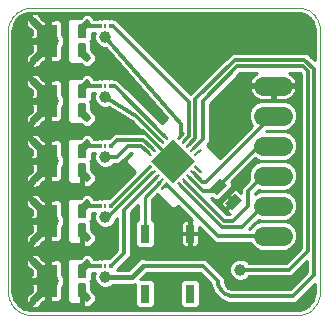
<source format=gtl>
G75*
G70*
%OFA0B0*%
%FSLAX24Y24*%
%IPPOS*%
%LPD*%
%AMOC8*
5,1,8,0,0,1.08239X$1,22.5*
%
%ADD10C,0.0000*%
%ADD11R,0.1024X0.1024*%
%ADD12C,0.0068*%
%ADD13C,0.0640*%
%ADD14R,0.0315X0.0472*%
%ADD15R,0.0300X0.0600*%
%ADD16C,0.0066*%
%ADD17R,0.0697X0.1102*%
%ADD18C,0.0118*%
%ADD19C,0.0338*%
%ADD20C,0.0394*%
%ADD21C,0.0160*%
%ADD22R,0.0080X0.0160*%
%ADD23C,0.0120*%
%ADD24C,0.0100*%
%ADD25C,0.0160*%
%ADD26C,0.0240*%
D10*
X003097Y001949D02*
X003097Y010598D01*
X003099Y010654D01*
X003105Y010709D01*
X003115Y010764D01*
X003129Y010818D01*
X003146Y010871D01*
X003168Y010922D01*
X003193Y010972D01*
X003221Y011020D01*
X003253Y011066D01*
X003288Y011109D01*
X003326Y011150D01*
X003367Y011188D01*
X003410Y011223D01*
X003456Y011255D01*
X003504Y011283D01*
X003554Y011308D01*
X003605Y011330D01*
X003658Y011347D01*
X003712Y011361D01*
X003767Y011371D01*
X003822Y011377D01*
X003878Y011379D01*
X012776Y011379D01*
X012827Y011377D01*
X012879Y011372D01*
X012929Y011363D01*
X012979Y011350D01*
X013028Y011334D01*
X013076Y011314D01*
X013122Y011291D01*
X013166Y011265D01*
X013208Y011235D01*
X013248Y011203D01*
X013286Y011168D01*
X013321Y011130D01*
X013353Y011090D01*
X013383Y011048D01*
X013409Y011004D01*
X013432Y010958D01*
X013452Y010910D01*
X013468Y010861D01*
X013481Y010811D01*
X013490Y010761D01*
X013495Y010709D01*
X013497Y010658D01*
X013497Y001892D01*
X013495Y001838D01*
X013489Y001783D01*
X013480Y001730D01*
X013466Y001677D01*
X013449Y001625D01*
X013428Y001575D01*
X013404Y001526D01*
X013376Y001479D01*
X013345Y001435D01*
X013311Y001392D01*
X013274Y001352D01*
X013234Y001315D01*
X013191Y001281D01*
X013147Y001250D01*
X013100Y001222D01*
X013051Y001198D01*
X013001Y001177D01*
X012949Y001160D01*
X012896Y001146D01*
X012843Y001137D01*
X012788Y001131D01*
X012734Y001129D01*
X003917Y001129D01*
X003861Y001131D01*
X003805Y001137D01*
X003750Y001146D01*
X003696Y001159D01*
X003642Y001176D01*
X003590Y001197D01*
X003540Y001221D01*
X003491Y001248D01*
X003444Y001279D01*
X003400Y001313D01*
X003357Y001350D01*
X003318Y001389D01*
X003281Y001432D01*
X003247Y001476D01*
X003216Y001523D01*
X003189Y001572D01*
X003165Y001622D01*
X003144Y001674D01*
X003127Y001728D01*
X003114Y001782D01*
X003105Y001837D01*
X003099Y001893D01*
X003097Y001949D01*
D11*
G36*
X007873Y006279D02*
X008597Y007003D01*
X009321Y006279D01*
X008597Y005555D01*
X007873Y006279D01*
G37*
D12*
X007841Y006095D02*
X007668Y005922D01*
X007841Y006095D02*
X007856Y006080D01*
X007683Y005907D01*
X007668Y005922D01*
X007720Y005974D02*
X007750Y005974D01*
X007787Y006041D02*
X007817Y006041D01*
X007980Y005955D02*
X007807Y005782D01*
X007980Y005955D02*
X007995Y005940D01*
X007822Y005767D01*
X007807Y005782D01*
X007859Y005834D02*
X007889Y005834D01*
X007926Y005901D02*
X007956Y005901D01*
X008119Y005816D02*
X007946Y005643D01*
X008119Y005816D02*
X008134Y005801D01*
X007961Y005628D01*
X007946Y005643D01*
X007998Y005695D02*
X008028Y005695D01*
X008065Y005762D02*
X008095Y005762D01*
X008259Y005677D02*
X008086Y005504D01*
X008259Y005677D02*
X008274Y005662D01*
X008101Y005489D01*
X008086Y005504D01*
X008138Y005556D02*
X008168Y005556D01*
X008205Y005623D02*
X008235Y005623D01*
X008398Y005538D02*
X008225Y005365D01*
X008398Y005538D02*
X008413Y005523D01*
X008240Y005350D01*
X008225Y005365D01*
X008277Y005417D02*
X008307Y005417D01*
X008344Y005484D02*
X008374Y005484D01*
X008782Y005523D02*
X008797Y005538D01*
X008970Y005365D01*
X008955Y005350D01*
X008782Y005523D01*
X008888Y005417D02*
X008918Y005417D01*
X008851Y005484D02*
X008821Y005484D01*
X008921Y005662D02*
X008936Y005677D01*
X009109Y005504D01*
X009094Y005489D01*
X008921Y005662D01*
X009027Y005556D02*
X009057Y005556D01*
X008990Y005623D02*
X008960Y005623D01*
X009060Y005801D02*
X009075Y005816D01*
X009248Y005643D01*
X009233Y005628D01*
X009060Y005801D01*
X009166Y005695D02*
X009196Y005695D01*
X009129Y005762D02*
X009099Y005762D01*
X009199Y005940D02*
X009214Y005955D01*
X009387Y005782D01*
X009372Y005767D01*
X009199Y005940D01*
X009305Y005834D02*
X009335Y005834D01*
X009268Y005901D02*
X009238Y005901D01*
X009338Y006080D02*
X009353Y006095D01*
X009526Y005922D01*
X009511Y005907D01*
X009338Y006080D01*
X009444Y005974D02*
X009474Y005974D01*
X009407Y006041D02*
X009377Y006041D01*
X009338Y006478D02*
X009511Y006651D01*
X009526Y006636D01*
X009353Y006463D01*
X009338Y006478D01*
X009390Y006530D02*
X009420Y006530D01*
X009457Y006597D02*
X009487Y006597D01*
X009372Y006791D02*
X009199Y006618D01*
X009372Y006791D02*
X009387Y006776D01*
X009214Y006603D01*
X009199Y006618D01*
X009251Y006670D02*
X009281Y006670D01*
X009318Y006737D02*
X009348Y006737D01*
X009233Y006930D02*
X009060Y006757D01*
X009233Y006930D02*
X009248Y006915D01*
X009075Y006742D01*
X009060Y006757D01*
X009112Y006809D02*
X009142Y006809D01*
X009179Y006876D02*
X009209Y006876D01*
X009094Y007069D02*
X008921Y006896D01*
X009094Y007069D02*
X009109Y007054D01*
X008936Y006881D01*
X008921Y006896D01*
X008973Y006948D02*
X009003Y006948D01*
X009040Y007015D02*
X009070Y007015D01*
X008955Y007208D02*
X008782Y007035D01*
X008955Y007208D02*
X008970Y007193D01*
X008797Y007020D01*
X008782Y007035D01*
X008834Y007087D02*
X008864Y007087D01*
X008901Y007154D02*
X008931Y007154D01*
X008240Y007208D02*
X008225Y007193D01*
X008240Y007208D02*
X008413Y007035D01*
X008398Y007020D01*
X008225Y007193D01*
X008331Y007087D02*
X008361Y007087D01*
X008294Y007154D02*
X008264Y007154D01*
X008101Y007069D02*
X008086Y007054D01*
X008101Y007069D02*
X008274Y006896D01*
X008259Y006881D01*
X008086Y007054D01*
X008192Y006948D02*
X008222Y006948D01*
X008155Y007015D02*
X008125Y007015D01*
X007961Y006930D02*
X007946Y006915D01*
X007961Y006930D02*
X008134Y006757D01*
X008119Y006742D01*
X007946Y006915D01*
X008052Y006809D02*
X008082Y006809D01*
X008015Y006876D02*
X007985Y006876D01*
X007822Y006791D02*
X007807Y006776D01*
X007822Y006791D02*
X007995Y006618D01*
X007980Y006603D01*
X007807Y006776D01*
X007913Y006670D02*
X007943Y006670D01*
X007876Y006737D02*
X007846Y006737D01*
X007683Y006651D02*
X007668Y006636D01*
X007683Y006651D02*
X007856Y006478D01*
X007841Y006463D01*
X007668Y006636D01*
X007774Y006530D02*
X007804Y006530D01*
X007737Y006597D02*
X007707Y006597D01*
D13*
X011617Y006779D02*
X012257Y006779D01*
X012257Y005779D02*
X011617Y005779D01*
X011617Y004779D02*
X012257Y004779D01*
X012257Y003779D02*
X011617Y003779D01*
X011617Y007779D02*
X012257Y007779D01*
X012257Y008779D02*
X011617Y008779D01*
D14*
G36*
X010071Y005140D02*
X009849Y005362D01*
X010181Y005694D01*
X010403Y005472D01*
X010071Y005140D01*
G37*
G36*
X010572Y004639D02*
X010350Y004861D01*
X010682Y005193D01*
X010904Y004971D01*
X010572Y004639D01*
G37*
D15*
X009172Y003854D03*
X007672Y003854D03*
X007672Y001854D03*
X009172Y001854D03*
D16*
X005486Y001761D02*
X005486Y002167D01*
X005684Y002167D01*
X005684Y001761D01*
X005486Y001761D01*
X005486Y001826D02*
X005684Y001826D01*
X005684Y001891D02*
X005486Y001891D01*
X005486Y001956D02*
X005684Y001956D01*
X005684Y002021D02*
X005486Y002021D01*
X005486Y002086D02*
X005684Y002086D01*
X005684Y002151D02*
X005486Y002151D01*
X005486Y002391D02*
X005486Y002797D01*
X005684Y002797D01*
X005684Y002391D01*
X005486Y002391D01*
X005486Y002456D02*
X005684Y002456D01*
X005684Y002521D02*
X005486Y002521D01*
X005486Y002586D02*
X005684Y002586D01*
X005684Y002651D02*
X005486Y002651D01*
X005486Y002716D02*
X005684Y002716D01*
X005684Y002781D02*
X005486Y002781D01*
X005486Y003761D02*
X005486Y004167D01*
X005684Y004167D01*
X005684Y003761D01*
X005486Y003761D01*
X005486Y003826D02*
X005684Y003826D01*
X005684Y003891D02*
X005486Y003891D01*
X005486Y003956D02*
X005684Y003956D01*
X005684Y004021D02*
X005486Y004021D01*
X005486Y004086D02*
X005684Y004086D01*
X005684Y004151D02*
X005486Y004151D01*
X005486Y004391D02*
X005486Y004797D01*
X005684Y004797D01*
X005684Y004391D01*
X005486Y004391D01*
X005486Y004456D02*
X005684Y004456D01*
X005684Y004521D02*
X005486Y004521D01*
X005486Y004586D02*
X005684Y004586D01*
X005684Y004651D02*
X005486Y004651D01*
X005486Y004716D02*
X005684Y004716D01*
X005684Y004781D02*
X005486Y004781D01*
X005486Y005761D02*
X005486Y006167D01*
X005684Y006167D01*
X005684Y005761D01*
X005486Y005761D01*
X005486Y005826D02*
X005684Y005826D01*
X005684Y005891D02*
X005486Y005891D01*
X005486Y005956D02*
X005684Y005956D01*
X005684Y006021D02*
X005486Y006021D01*
X005486Y006086D02*
X005684Y006086D01*
X005684Y006151D02*
X005486Y006151D01*
X005486Y006391D02*
X005486Y006797D01*
X005684Y006797D01*
X005684Y006391D01*
X005486Y006391D01*
X005486Y006456D02*
X005684Y006456D01*
X005684Y006521D02*
X005486Y006521D01*
X005486Y006586D02*
X005684Y006586D01*
X005684Y006651D02*
X005486Y006651D01*
X005486Y006716D02*
X005684Y006716D01*
X005684Y006781D02*
X005486Y006781D01*
X005486Y007761D02*
X005486Y008167D01*
X005684Y008167D01*
X005684Y007761D01*
X005486Y007761D01*
X005486Y007826D02*
X005684Y007826D01*
X005684Y007891D02*
X005486Y007891D01*
X005486Y007956D02*
X005684Y007956D01*
X005684Y008021D02*
X005486Y008021D01*
X005486Y008086D02*
X005684Y008086D01*
X005684Y008151D02*
X005486Y008151D01*
X005486Y008391D02*
X005486Y008797D01*
X005684Y008797D01*
X005684Y008391D01*
X005486Y008391D01*
X005486Y008456D02*
X005684Y008456D01*
X005684Y008521D02*
X005486Y008521D01*
X005486Y008586D02*
X005684Y008586D01*
X005684Y008651D02*
X005486Y008651D01*
X005486Y008716D02*
X005684Y008716D01*
X005684Y008781D02*
X005486Y008781D01*
X005486Y009761D02*
X005486Y010167D01*
X005684Y010167D01*
X005684Y009761D01*
X005486Y009761D01*
X005486Y009826D02*
X005684Y009826D01*
X005684Y009891D02*
X005486Y009891D01*
X005486Y009956D02*
X005684Y009956D01*
X005684Y010021D02*
X005486Y010021D01*
X005486Y010086D02*
X005684Y010086D01*
X005684Y010151D02*
X005486Y010151D01*
X005486Y010391D02*
X005486Y010797D01*
X005684Y010797D01*
X005684Y010391D01*
X005486Y010391D01*
X005486Y010456D02*
X005684Y010456D01*
X005684Y010521D02*
X005486Y010521D01*
X005486Y010586D02*
X005684Y010586D01*
X005684Y010651D02*
X005486Y010651D01*
X005486Y010716D02*
X005684Y010716D01*
X005684Y010781D02*
X005486Y010781D01*
D17*
X004396Y010279D03*
X004396Y008279D03*
X004396Y006279D03*
X004396Y004279D03*
X004396Y002279D03*
D18*
X004189Y002771D02*
X003995Y002965D01*
X004189Y002771D02*
X004105Y002687D01*
X003911Y002881D01*
X003995Y002965D01*
X003988Y002804D02*
X004156Y002804D01*
X004039Y002921D02*
X003951Y002921D01*
X003911Y003677D02*
X004105Y003871D01*
X004189Y003787D01*
X003995Y003593D01*
X003911Y003677D01*
X003944Y003710D02*
X004112Y003710D01*
X004149Y003827D02*
X004061Y003827D01*
X004189Y004771D02*
X003995Y004965D01*
X004189Y004771D02*
X004105Y004687D01*
X003911Y004881D01*
X003995Y004965D01*
X003988Y004804D02*
X004156Y004804D01*
X004039Y004921D02*
X003951Y004921D01*
X003911Y005677D02*
X004105Y005871D01*
X004189Y005787D01*
X003995Y005593D01*
X003911Y005677D01*
X003944Y005710D02*
X004112Y005710D01*
X004149Y005827D02*
X004061Y005827D01*
X004189Y006771D02*
X003995Y006965D01*
X004189Y006771D02*
X004105Y006687D01*
X003911Y006881D01*
X003995Y006965D01*
X003988Y006804D02*
X004156Y006804D01*
X004039Y006921D02*
X003951Y006921D01*
X003911Y007677D02*
X004105Y007871D01*
X004189Y007787D01*
X003995Y007593D01*
X003911Y007677D01*
X003944Y007710D02*
X004112Y007710D01*
X004149Y007827D02*
X004061Y007827D01*
X004189Y008771D02*
X003995Y008965D01*
X004189Y008771D02*
X004105Y008687D01*
X003911Y008881D01*
X003995Y008965D01*
X003988Y008804D02*
X004156Y008804D01*
X004039Y008921D02*
X003951Y008921D01*
X003911Y009677D02*
X004105Y009871D01*
X004189Y009787D01*
X003995Y009593D01*
X003911Y009677D01*
X003944Y009710D02*
X004112Y009710D01*
X004149Y009827D02*
X004061Y009827D01*
X004189Y010771D02*
X003995Y010965D01*
X004189Y010771D02*
X004105Y010687D01*
X003911Y010881D01*
X003995Y010965D01*
X003988Y010804D02*
X004156Y010804D01*
X004039Y010921D02*
X003951Y010921D01*
X005625Y010656D02*
X005819Y010850D01*
X005625Y010656D02*
X005541Y010740D01*
X005735Y010934D01*
X005819Y010850D01*
X005742Y010773D02*
X005574Y010773D01*
X005691Y010890D02*
X005779Y010890D01*
X005541Y009818D02*
X005735Y009624D01*
X005541Y009818D02*
X005625Y009902D01*
X005819Y009708D01*
X005735Y009624D01*
X005786Y009741D02*
X005618Y009741D01*
X005581Y009858D02*
X005669Y009858D01*
X005819Y008850D02*
X005625Y008656D01*
X005541Y008740D01*
X005735Y008934D01*
X005819Y008850D01*
X005742Y008773D02*
X005574Y008773D01*
X005691Y008890D02*
X005779Y008890D01*
X005541Y007818D02*
X005735Y007624D01*
X005541Y007818D02*
X005625Y007902D01*
X005819Y007708D01*
X005735Y007624D01*
X005786Y007741D02*
X005618Y007741D01*
X005581Y007858D02*
X005669Y007858D01*
X005819Y006850D02*
X005625Y006656D01*
X005541Y006740D01*
X005735Y006934D01*
X005819Y006850D01*
X005742Y006773D02*
X005574Y006773D01*
X005691Y006890D02*
X005779Y006890D01*
X005541Y005818D02*
X005735Y005624D01*
X005541Y005818D02*
X005625Y005902D01*
X005819Y005708D01*
X005735Y005624D01*
X005786Y005741D02*
X005618Y005741D01*
X005581Y005858D02*
X005669Y005858D01*
X005819Y004850D02*
X005625Y004656D01*
X005541Y004740D01*
X005735Y004934D01*
X005819Y004850D01*
X005742Y004773D02*
X005574Y004773D01*
X005691Y004890D02*
X005779Y004890D01*
X005541Y003818D02*
X005735Y003624D01*
X005541Y003818D02*
X005625Y003902D01*
X005819Y003708D01*
X005735Y003624D01*
X005786Y003741D02*
X005618Y003741D01*
X005581Y003858D02*
X005669Y003858D01*
X005819Y002850D02*
X005625Y002656D01*
X005541Y002740D01*
X005735Y002934D01*
X005819Y002850D01*
X005742Y002773D02*
X005574Y002773D01*
X005691Y002890D02*
X005779Y002890D01*
X005541Y001818D02*
X005735Y001624D01*
X005541Y001818D02*
X005625Y001902D01*
X005819Y001708D01*
X005735Y001624D01*
X005786Y001741D02*
X005618Y001741D01*
X005581Y001858D02*
X005669Y001858D01*
X004105Y001871D02*
X003911Y001677D01*
X004105Y001871D02*
X004189Y001787D01*
X003995Y001593D01*
X003911Y001677D01*
X003944Y001710D02*
X004112Y001710D01*
X004149Y001827D02*
X004061Y001827D01*
D19*
X004154Y002279D03*
X004635Y002279D03*
X004635Y004279D03*
X004154Y004279D03*
X004154Y006279D03*
X004635Y006279D03*
X004635Y008279D03*
X004154Y008279D03*
X004154Y010279D03*
X004635Y010279D03*
D20*
X006347Y010404D03*
X006347Y008404D03*
X006347Y006404D03*
X006347Y004404D03*
X006347Y002404D03*
X010847Y002654D03*
D21*
X006534Y002779D03*
X006160Y002779D03*
X006160Y004779D03*
X006534Y004779D03*
X006534Y006779D03*
X006160Y006779D03*
X006160Y008779D03*
X006534Y008779D03*
X006534Y010779D03*
X006160Y010779D03*
D22*
X006347Y010779D03*
X006347Y008779D03*
X006347Y006779D03*
X006347Y004779D03*
X006347Y002779D03*
D23*
X006160Y002779D02*
X005770Y002779D01*
X005585Y002594D01*
X006534Y002779D02*
X006972Y003217D01*
X006972Y004654D01*
X008040Y005722D01*
X007901Y005861D02*
X006536Y004495D01*
X006347Y004404D01*
X006160Y004779D02*
X005770Y004779D01*
X005585Y004594D01*
X006534Y004779D02*
X007756Y006001D01*
X007762Y006001D01*
X007762Y006557D02*
X007540Y006779D01*
X007097Y006779D01*
X006722Y006404D01*
X006347Y006404D01*
X006160Y006779D02*
X005770Y006779D01*
X005585Y006594D01*
X006534Y006779D02*
X006734Y006979D01*
X007619Y006979D01*
X007901Y006697D01*
X008040Y006836D02*
X007597Y007279D01*
X006597Y007279D01*
X007376Y007779D02*
X008180Y006975D01*
X008319Y007114D02*
X006654Y008779D01*
X006534Y008779D01*
X006160Y008779D02*
X005770Y008779D01*
X005744Y008777D01*
X005718Y008772D01*
X005693Y008762D01*
X005670Y008750D01*
X005649Y008734D01*
X005630Y008715D01*
X005614Y008694D01*
X005602Y008671D01*
X005592Y008646D01*
X005587Y008620D01*
X005585Y008594D01*
X006347Y008404D02*
X007376Y007779D01*
X008040Y006836D02*
X008597Y006279D01*
X009154Y005722D02*
X009597Y005279D01*
X009988Y005279D01*
X009697Y005579D02*
X011897Y007779D01*
X013097Y009279D02*
X012947Y009429D01*
X010747Y009429D01*
X009597Y008279D01*
X009597Y007002D01*
X009315Y006719D01*
X009154Y006836D02*
X009347Y007029D01*
X009347Y008329D01*
X010678Y009652D01*
X012972Y009654D01*
X013297Y009329D01*
X013297Y002479D01*
X012597Y001779D01*
X010597Y001779D01*
X010553Y001781D01*
X010510Y001787D01*
X010468Y001796D01*
X010426Y001809D01*
X010386Y001826D01*
X010347Y001846D01*
X010310Y001869D01*
X010276Y001896D01*
X010243Y001925D01*
X010214Y001958D01*
X010187Y001992D01*
X010164Y002029D01*
X010144Y002068D01*
X010127Y002108D01*
X010114Y002150D01*
X010105Y002192D01*
X010099Y002235D01*
X010097Y002279D01*
X009597Y002779D01*
X007597Y002779D01*
X010097Y003779D02*
X011937Y003779D01*
X011597Y004779D02*
X010897Y004079D01*
X010240Y004079D01*
X008876Y005444D01*
X009015Y005583D02*
X010319Y004279D01*
X010597Y004279D01*
X011097Y004779D01*
X011097Y005279D01*
X011597Y005779D01*
X011937Y005779D01*
X009697Y005579D02*
X009576Y005579D01*
X009293Y005861D01*
X008432Y005444D02*
X010097Y003779D01*
X010847Y002654D02*
X012472Y002654D01*
X013097Y003279D01*
X013097Y009279D01*
X009147Y008229D02*
X009147Y007107D01*
X009015Y006975D01*
X008876Y007114D02*
X008876Y007501D01*
X006347Y010404D01*
X006097Y010779D02*
X005585Y010779D01*
X005585Y010594D01*
X006597Y010779D02*
X009147Y008229D01*
D24*
X009197Y008504D02*
X006692Y011009D01*
X006632Y011009D01*
X006584Y011029D01*
X006484Y011029D01*
X006465Y011021D01*
X006458Y011029D01*
X006237Y011029D01*
X006229Y011021D01*
X006210Y011029D01*
X006110Y011029D01*
X006062Y011009D01*
X005984Y011009D01*
X006063Y011009D01*
X005984Y011009D02*
X005830Y011163D01*
X005641Y011163D01*
X005525Y011048D01*
X005518Y011055D01*
X005180Y011055D01*
X005081Y010956D01*
X005081Y009602D01*
X005180Y009503D01*
X005518Y009503D01*
X005525Y009510D01*
X005641Y009395D01*
X005830Y009395D01*
X006048Y009613D01*
X006048Y009802D01*
X005867Y009983D01*
X005867Y010191D01*
X005855Y010238D01*
X005841Y010261D01*
X005887Y010307D01*
X005887Y010549D01*
X006010Y010549D01*
X005980Y010477D01*
X005980Y010331D01*
X006036Y010196D01*
X006139Y010093D01*
X006274Y010037D01*
X006362Y010037D01*
X008392Y007705D01*
X008223Y007536D01*
X006884Y008874D01*
X006884Y008874D01*
X006749Y009009D01*
X006632Y009009D01*
X006584Y009029D01*
X006484Y009029D01*
X006465Y009021D01*
X006458Y009029D01*
X006237Y009029D01*
X006229Y009021D01*
X006210Y009029D01*
X006110Y009029D01*
X006062Y009009D01*
X005984Y009009D01*
X005830Y009163D01*
X005641Y009163D01*
X005525Y009048D01*
X005518Y009055D01*
X005180Y009055D01*
X005081Y008956D01*
X005081Y007602D01*
X005180Y007503D01*
X005518Y007503D01*
X005525Y007510D01*
X005641Y007395D01*
X005830Y007395D01*
X006048Y007613D01*
X006048Y007802D01*
X005867Y007983D01*
X005867Y008191D01*
X005855Y008238D01*
X005841Y008261D01*
X005887Y008307D01*
X005887Y008549D01*
X006010Y008549D01*
X005980Y008477D01*
X005980Y008331D01*
X006036Y008196D01*
X006139Y008093D01*
X006274Y008037D01*
X006420Y008037D01*
X006472Y008059D01*
X007233Y007597D01*
X007620Y007209D01*
X006829Y007209D01*
X006639Y007209D01*
X006458Y007028D01*
X006458Y007029D01*
X006237Y007029D01*
X006229Y007021D01*
X006210Y007029D01*
X006110Y007029D01*
X006062Y007009D01*
X005984Y007009D01*
X005830Y007163D01*
X005641Y007163D01*
X005525Y007048D01*
X005518Y007055D01*
X005180Y007055D01*
X005081Y006956D01*
X005081Y005602D01*
X005180Y005503D01*
X005518Y005503D01*
X005525Y005510D01*
X005641Y005395D01*
X005830Y005395D01*
X006048Y005613D01*
X006048Y005802D01*
X005867Y005983D01*
X005867Y006191D01*
X005855Y006238D01*
X005841Y006261D01*
X005887Y006307D01*
X005887Y006549D01*
X006010Y006549D01*
X005980Y006477D01*
X005980Y006331D01*
X006036Y006196D01*
X006139Y006093D01*
X006274Y006037D01*
X006420Y006037D01*
X006555Y006093D01*
X006636Y006174D01*
X006817Y006174D01*
X006952Y006309D01*
X007192Y006549D01*
X007236Y006549D01*
X007033Y006346D01*
X007033Y006205D01*
X007334Y005904D01*
X006458Y005028D01*
X006458Y005029D01*
X006237Y005029D01*
X006229Y005021D01*
X006210Y005029D01*
X006110Y005029D01*
X006062Y005009D01*
X005984Y005009D01*
X005830Y005163D01*
X005641Y005163D01*
X005525Y005048D01*
X005518Y005055D01*
X005180Y005055D01*
X005081Y004956D01*
X005081Y003602D01*
X005180Y003503D01*
X005518Y003503D01*
X005525Y003510D01*
X005641Y003395D01*
X005830Y003395D01*
X006048Y003613D01*
X006048Y003802D01*
X005867Y003983D01*
X005867Y004191D01*
X005855Y004238D01*
X005841Y004261D01*
X005887Y004307D01*
X005887Y004549D01*
X006010Y004549D01*
X005980Y004477D01*
X005980Y004331D01*
X006036Y004196D01*
X006139Y004093D01*
X006274Y004037D01*
X006420Y004037D01*
X006555Y004093D01*
X006658Y004196D01*
X006711Y004325D01*
X006722Y004330D01*
X006736Y004370D01*
X006742Y004376D01*
X006742Y003312D01*
X006458Y003028D01*
X006458Y003029D01*
X006237Y003029D01*
X006229Y003021D01*
X006210Y003029D01*
X006110Y003029D01*
X006062Y003009D01*
X005984Y003009D01*
X005830Y003163D01*
X005641Y003163D01*
X005525Y003048D01*
X005518Y003055D01*
X005180Y003055D01*
X005081Y002956D01*
X005081Y001602D01*
X005180Y001503D01*
X005518Y001503D01*
X005525Y001510D01*
X005641Y001395D01*
X005830Y001395D01*
X006048Y001613D01*
X006048Y001802D01*
X005867Y001983D01*
X005867Y002191D01*
X005855Y002238D01*
X005841Y002261D01*
X005887Y002307D01*
X005887Y002549D01*
X006010Y002549D01*
X005980Y002477D01*
X005980Y002331D01*
X006036Y002196D01*
X006139Y002093D01*
X006274Y002037D01*
X006420Y002037D01*
X006555Y002093D01*
X006616Y002154D01*
X007272Y002154D01*
X007352Y002187D01*
X007352Y001484D01*
X007452Y001384D01*
X007893Y001384D01*
X007992Y001484D01*
X007992Y002224D01*
X007893Y002324D01*
X007496Y002324D01*
X007721Y002549D01*
X009502Y002549D01*
X009867Y002184D01*
X009867Y002134D01*
X009867Y002134D01*
X009978Y001866D01*
X009978Y001866D01*
X010184Y001660D01*
X010452Y001549D01*
X010502Y001549D01*
X012692Y001549D01*
X012827Y001684D01*
X013327Y002184D01*
X013327Y001892D01*
X013320Y001799D01*
X013263Y001623D01*
X013153Y001473D01*
X013003Y001364D01*
X012827Y001306D01*
X012734Y001299D01*
X003917Y001299D01*
X003816Y001307D01*
X003622Y001370D01*
X003458Y001489D01*
X003338Y001654D01*
X003275Y001847D01*
X003267Y001949D01*
X003267Y002006D01*
X003267Y002019D01*
X003267Y010598D01*
X003275Y010694D01*
X003334Y010875D01*
X003446Y011030D01*
X003601Y011142D01*
X003783Y011202D01*
X003878Y011209D01*
X003929Y011209D01*
X003949Y011209D01*
X012776Y011209D01*
X012862Y011202D01*
X013026Y011149D01*
X013166Y011048D01*
X013267Y010908D01*
X013320Y010744D01*
X013327Y010658D01*
X013327Y010624D01*
X013327Y010588D01*
X013327Y009624D01*
X013202Y009749D01*
X013202Y009750D01*
X013125Y009826D01*
X013067Y009884D01*
X012977Y009884D01*
X012877Y009884D01*
X012877Y009884D01*
X010677Y009882D01*
X010584Y009882D01*
X010583Y009882D01*
X010583Y009882D01*
X010515Y009814D01*
X009252Y008559D01*
X009197Y008504D01*
X009156Y008546D02*
X009238Y008546D01*
X009252Y008559D02*
X009252Y008559D01*
X009338Y008644D02*
X009057Y008644D01*
X008959Y008743D02*
X009437Y008743D01*
X009536Y008841D02*
X008860Y008841D01*
X008762Y008940D02*
X009635Y008940D01*
X009734Y009038D02*
X008663Y009038D01*
X008565Y009137D02*
X009834Y009137D01*
X009933Y009235D02*
X008466Y009235D01*
X008368Y009334D02*
X010032Y009334D01*
X010131Y009432D02*
X008269Y009432D01*
X008170Y009531D02*
X010230Y009531D01*
X010329Y009630D02*
X008072Y009630D01*
X007973Y009728D02*
X010428Y009728D01*
X010527Y009827D02*
X007875Y009827D01*
X007776Y009925D02*
X013327Y009925D01*
X013327Y009827D02*
X013125Y009827D01*
X013067Y009884D02*
X013067Y009884D01*
X013067Y009884D01*
X013223Y009728D02*
X013327Y009728D01*
X013322Y009630D02*
X013327Y009630D01*
X013327Y010024D02*
X007678Y010024D01*
X007579Y010122D02*
X013327Y010122D01*
X013327Y010221D02*
X007481Y010221D01*
X007382Y010319D02*
X013327Y010319D01*
X013327Y010418D02*
X007284Y010418D01*
X007185Y010516D02*
X013327Y010516D01*
X013327Y010615D02*
X007086Y010615D01*
X006988Y010714D02*
X013323Y010714D01*
X013298Y010812D02*
X006889Y010812D01*
X006791Y010911D02*
X013265Y010911D01*
X013194Y011009D02*
X006632Y011009D01*
X005997Y010516D02*
X005887Y010516D01*
X005887Y010418D02*
X005980Y010418D01*
X005985Y010319D02*
X005887Y010319D01*
X005859Y010221D02*
X006026Y010221D01*
X006110Y010122D02*
X005867Y010122D01*
X005867Y010024D02*
X006373Y010024D01*
X006459Y009925D02*
X005925Y009925D01*
X006024Y009827D02*
X006545Y009827D01*
X006631Y009728D02*
X006048Y009728D01*
X006048Y009630D02*
X006717Y009630D01*
X006802Y009531D02*
X005966Y009531D01*
X005868Y009432D02*
X006888Y009432D01*
X006974Y009334D02*
X003267Y009334D01*
X003267Y009432D02*
X003831Y009432D01*
X003899Y009364D02*
X004089Y009364D01*
X004283Y009558D01*
X004815Y009558D01*
X004915Y009657D01*
X004915Y010080D01*
X004922Y010087D01*
X004974Y010212D01*
X004974Y010347D01*
X004922Y010471D01*
X004915Y010479D01*
X004915Y010901D01*
X004815Y011000D01*
X004283Y011000D01*
X004089Y011194D01*
X003899Y011194D01*
X003682Y010977D01*
X003682Y010787D01*
X003878Y010591D01*
X003878Y010482D01*
X003867Y010471D01*
X003815Y010347D01*
X003815Y010212D01*
X003867Y010087D01*
X003878Y010076D01*
X003878Y009967D01*
X003682Y009771D01*
X003682Y009581D01*
X003899Y009364D01*
X003732Y009531D02*
X003267Y009531D01*
X003267Y009630D02*
X003682Y009630D01*
X003682Y009728D02*
X003267Y009728D01*
X003267Y009827D02*
X003737Y009827D01*
X003836Y009925D02*
X003267Y009925D01*
X003267Y010024D02*
X003878Y010024D01*
X003852Y010122D02*
X003267Y010122D01*
X003267Y010221D02*
X003815Y010221D01*
X003815Y010319D02*
X003267Y010319D01*
X003267Y010418D02*
X003845Y010418D01*
X003878Y010516D02*
X003267Y010516D01*
X003268Y010615D02*
X003854Y010615D01*
X003755Y010714D02*
X003281Y010714D01*
X003313Y010812D02*
X003682Y010812D01*
X003682Y010911D02*
X003359Y010911D01*
X003431Y011009D02*
X003714Y011009D01*
X003813Y011108D02*
X003553Y011108D01*
X003842Y011206D02*
X012812Y011206D01*
X013083Y011108D02*
X005886Y011108D01*
X005585Y011108D02*
X004176Y011108D01*
X004274Y011009D02*
X005134Y011009D01*
X005081Y010911D02*
X004905Y010911D01*
X004915Y010812D02*
X005081Y010812D01*
X005081Y010714D02*
X004915Y010714D01*
X004915Y010615D02*
X005081Y010615D01*
X005081Y010516D02*
X004915Y010516D01*
X004944Y010418D02*
X005081Y010418D01*
X005081Y010319D02*
X004974Y010319D01*
X004974Y010221D02*
X005081Y010221D01*
X005081Y010122D02*
X004937Y010122D01*
X004915Y010024D02*
X005081Y010024D01*
X005081Y009925D02*
X004915Y009925D01*
X004915Y009827D02*
X005081Y009827D01*
X005081Y009728D02*
X004915Y009728D01*
X004887Y009630D02*
X005081Y009630D01*
X005152Y009531D02*
X004256Y009531D01*
X004158Y009432D02*
X005603Y009432D01*
X005614Y009137D02*
X004147Y009137D01*
X004089Y009194D02*
X004283Y009000D01*
X004815Y009000D01*
X004915Y008901D01*
X004915Y008478D01*
X004922Y008471D01*
X004974Y008347D01*
X004974Y008212D01*
X004922Y008087D01*
X004915Y008080D01*
X004915Y007657D01*
X004815Y007558D01*
X004283Y007558D01*
X004089Y007364D01*
X003899Y007364D01*
X003682Y007581D01*
X003682Y007771D01*
X003878Y007967D01*
X003878Y008076D01*
X003867Y008087D01*
X003815Y008212D01*
X003815Y008347D01*
X003867Y008471D01*
X003878Y008482D01*
X003878Y008591D01*
X003682Y008787D01*
X003682Y008977D01*
X003899Y009194D01*
X004089Y009194D01*
X004245Y009038D02*
X005163Y009038D01*
X005081Y008940D02*
X004876Y008940D01*
X004915Y008841D02*
X005081Y008841D01*
X005081Y008743D02*
X004915Y008743D01*
X004915Y008644D02*
X005081Y008644D01*
X005081Y008546D02*
X004915Y008546D01*
X004932Y008447D02*
X005081Y008447D01*
X005081Y008348D02*
X004973Y008348D01*
X004974Y008250D02*
X005081Y008250D01*
X005081Y008151D02*
X004949Y008151D01*
X004915Y008053D02*
X005081Y008053D01*
X005081Y007954D02*
X004915Y007954D01*
X004915Y007856D02*
X005081Y007856D01*
X005081Y007757D02*
X004915Y007757D01*
X004915Y007659D02*
X005081Y007659D01*
X005123Y007560D02*
X004817Y007560D01*
X004815Y007000D02*
X004283Y007000D01*
X004089Y007194D01*
X003899Y007194D01*
X003682Y006977D01*
X003682Y006787D01*
X003878Y006591D01*
X003878Y006482D01*
X003867Y006471D01*
X003815Y006347D01*
X003815Y006212D01*
X003867Y006087D01*
X003878Y006076D01*
X003878Y005967D01*
X003682Y005771D01*
X003682Y005581D01*
X003899Y005364D01*
X004089Y005364D01*
X004283Y005558D01*
X004815Y005558D01*
X004915Y005657D01*
X004915Y006080D01*
X004922Y006087D01*
X004974Y006212D01*
X004974Y006347D01*
X004922Y006471D01*
X004915Y006479D01*
X004915Y006901D01*
X004815Y007000D01*
X004847Y006969D02*
X005094Y006969D01*
X005081Y006870D02*
X004915Y006870D01*
X004915Y006772D02*
X005081Y006772D01*
X005081Y006673D02*
X004915Y006673D01*
X004915Y006575D02*
X005081Y006575D01*
X005081Y006476D02*
X004917Y006476D01*
X004961Y006378D02*
X005081Y006378D01*
X005081Y006279D02*
X004974Y006279D01*
X004961Y006181D02*
X005081Y006181D01*
X005081Y006082D02*
X004917Y006082D01*
X004915Y005983D02*
X005081Y005983D01*
X005081Y005885D02*
X004915Y005885D01*
X004915Y005786D02*
X005081Y005786D01*
X005081Y005688D02*
X004915Y005688D01*
X004847Y005589D02*
X005094Y005589D01*
X005545Y005491D02*
X004216Y005491D01*
X004118Y005392D02*
X006822Y005392D01*
X006724Y005294D02*
X003267Y005294D01*
X003267Y005392D02*
X003871Y005392D01*
X003772Y005491D02*
X003267Y005491D01*
X003267Y005589D02*
X003682Y005589D01*
X003682Y005688D02*
X003267Y005688D01*
X003267Y005786D02*
X003697Y005786D01*
X003796Y005885D02*
X003267Y005885D01*
X003267Y005983D02*
X003878Y005983D01*
X003872Y006082D02*
X003267Y006082D01*
X003267Y006181D02*
X003828Y006181D01*
X003815Y006279D02*
X003267Y006279D01*
X003267Y006378D02*
X003828Y006378D01*
X003872Y006476D02*
X003267Y006476D01*
X003267Y006575D02*
X003878Y006575D01*
X003796Y006673D02*
X003267Y006673D01*
X003267Y006772D02*
X003697Y006772D01*
X003682Y006870D02*
X003267Y006870D01*
X003267Y006969D02*
X003682Y006969D01*
X003772Y007067D02*
X003267Y007067D01*
X003267Y007166D02*
X003871Y007166D01*
X004118Y007166D02*
X006596Y007166D01*
X006497Y007067D02*
X005926Y007067D01*
X005545Y007067D02*
X004216Y007067D01*
X004187Y007462D02*
X005574Y007462D01*
X005897Y007462D02*
X007368Y007462D01*
X007269Y007560D02*
X005995Y007560D01*
X006048Y007659D02*
X007131Y007659D01*
X006969Y007757D02*
X006048Y007757D01*
X005995Y007856D02*
X006806Y007856D01*
X006644Y007954D02*
X005896Y007954D01*
X005867Y008053D02*
X006236Y008053D01*
X006081Y008151D02*
X005867Y008151D01*
X005848Y008250D02*
X006014Y008250D01*
X005980Y008348D02*
X005887Y008348D01*
X005887Y008447D02*
X005980Y008447D01*
X006009Y008546D02*
X005887Y008546D01*
X005955Y009038D02*
X007232Y009038D01*
X007317Y008940D02*
X006818Y008940D01*
X006917Y008841D02*
X007403Y008841D01*
X007489Y008743D02*
X007016Y008743D01*
X007114Y008644D02*
X007575Y008644D01*
X007661Y008546D02*
X007213Y008546D01*
X007311Y008447D02*
X007746Y008447D01*
X007832Y008348D02*
X007410Y008348D01*
X007508Y008250D02*
X007918Y008250D01*
X008004Y008151D02*
X007607Y008151D01*
X007705Y008053D02*
X008090Y008053D01*
X008176Y007954D02*
X007804Y007954D01*
X007902Y007856D02*
X008261Y007856D01*
X008347Y007757D02*
X008001Y007757D01*
X008100Y007659D02*
X008346Y007659D01*
X008247Y007560D02*
X008198Y007560D01*
X008319Y007157D02*
X008319Y007114D01*
X007565Y007264D02*
X003267Y007264D01*
X003267Y007363D02*
X007466Y007363D01*
X007163Y006476D02*
X007119Y006476D01*
X007065Y006378D02*
X007021Y006378D01*
X007033Y006279D02*
X006922Y006279D01*
X006824Y006181D02*
X007057Y006181D01*
X007155Y006082D02*
X006528Y006082D01*
X006166Y006082D02*
X005867Y006082D01*
X005867Y006181D02*
X006052Y006181D01*
X006002Y006279D02*
X005860Y006279D01*
X005887Y006378D02*
X005980Y006378D01*
X005980Y006476D02*
X005887Y006476D01*
X005867Y005983D02*
X007254Y005983D01*
X007315Y005885D02*
X005966Y005885D01*
X006048Y005786D02*
X007216Y005786D01*
X007118Y005688D02*
X006048Y005688D01*
X006025Y005589D02*
X007019Y005589D01*
X006921Y005491D02*
X005926Y005491D01*
X005897Y005097D02*
X006526Y005097D01*
X006625Y005195D02*
X003267Y005195D01*
X003267Y005097D02*
X003801Y005097D01*
X003899Y005194D02*
X003682Y004977D01*
X003682Y004787D01*
X003878Y004591D01*
X003878Y004482D01*
X003867Y004471D01*
X003815Y004347D01*
X003815Y004212D01*
X003867Y004087D01*
X003878Y004076D01*
X003878Y003967D01*
X003682Y003771D01*
X003682Y003581D01*
X003899Y003364D01*
X004089Y003364D01*
X004283Y003558D01*
X004815Y003558D01*
X004915Y003657D01*
X004915Y004080D01*
X004922Y004087D01*
X004974Y004212D01*
X004974Y004347D01*
X004922Y004471D01*
X004915Y004479D01*
X004915Y004901D01*
X004815Y005000D01*
X004283Y005000D01*
X004089Y005194D01*
X003899Y005194D01*
X003703Y004998D02*
X003267Y004998D01*
X003267Y004899D02*
X003682Y004899D01*
X003682Y004801D02*
X003267Y004801D01*
X003267Y004702D02*
X003766Y004702D01*
X003865Y004604D02*
X003267Y004604D01*
X003267Y004505D02*
X003878Y004505D01*
X003840Y004407D02*
X003267Y004407D01*
X003267Y004308D02*
X003815Y004308D01*
X003816Y004210D02*
X003267Y004210D01*
X003267Y004111D02*
X003857Y004111D01*
X003878Y004013D02*
X003267Y004013D01*
X003267Y003914D02*
X003825Y003914D01*
X003726Y003815D02*
X003267Y003815D01*
X003267Y003717D02*
X003682Y003717D01*
X003682Y003618D02*
X003267Y003618D01*
X003267Y003520D02*
X003743Y003520D01*
X003842Y003421D02*
X003267Y003421D01*
X003267Y003323D02*
X006742Y003323D01*
X006742Y003421D02*
X005857Y003421D01*
X005955Y003520D02*
X006742Y003520D01*
X006742Y003618D02*
X006048Y003618D01*
X006048Y003717D02*
X006742Y003717D01*
X006742Y003815D02*
X006035Y003815D01*
X005936Y003914D02*
X006742Y003914D01*
X006742Y004013D02*
X005867Y004013D01*
X005867Y004111D02*
X006121Y004111D01*
X006031Y004210D02*
X005862Y004210D01*
X005887Y004308D02*
X005990Y004308D01*
X005980Y004407D02*
X005887Y004407D01*
X005887Y004505D02*
X005992Y004505D01*
X006573Y004111D02*
X006742Y004111D01*
X006742Y004210D02*
X006664Y004210D01*
X006704Y004308D02*
X006742Y004308D01*
X007202Y004308D02*
X007436Y004308D01*
X007452Y004324D02*
X007352Y004224D01*
X007352Y003484D01*
X007452Y003384D01*
X007893Y003384D01*
X007992Y003484D01*
X007992Y004224D01*
X007893Y004324D01*
X007892Y004324D01*
X007892Y004985D01*
X008072Y005165D01*
X008546Y004691D01*
X008687Y004691D01*
X008774Y004777D01*
X009247Y004304D01*
X009197Y004304D01*
X009197Y003879D01*
X009147Y003879D01*
X009147Y003829D01*
X008872Y003829D01*
X008872Y003534D01*
X008882Y003496D01*
X008902Y003462D01*
X008930Y003434D01*
X008964Y003414D01*
X009002Y003404D01*
X009147Y003404D01*
X009147Y003829D01*
X009197Y003829D01*
X009197Y003404D01*
X009342Y003404D01*
X009380Y003414D01*
X009414Y003434D01*
X009442Y003462D01*
X009462Y003496D01*
X009472Y003534D01*
X009472Y003829D01*
X009197Y003829D01*
X009197Y003879D01*
X009472Y003879D01*
X009472Y004079D01*
X009867Y003684D01*
X010002Y003549D01*
X011182Y003549D01*
X011202Y003501D01*
X011340Y003364D01*
X011520Y003289D01*
X012355Y003289D01*
X012535Y003364D01*
X012673Y003501D01*
X012747Y003682D01*
X012747Y003876D01*
X012673Y004057D01*
X012535Y004194D01*
X012355Y004269D01*
X011520Y004269D01*
X011340Y004194D01*
X011202Y004057D01*
X011182Y004009D01*
X011152Y004009D01*
X011458Y004315D01*
X011520Y004289D01*
X012355Y004289D01*
X012535Y004364D01*
X012673Y004501D01*
X012747Y004682D01*
X012747Y004876D01*
X012673Y005057D01*
X012535Y005194D01*
X012355Y005269D01*
X011520Y005269D01*
X011340Y005194D01*
X011327Y005182D01*
X011327Y005184D01*
X011458Y005315D01*
X011520Y005289D01*
X012355Y005289D01*
X012535Y005364D01*
X012673Y005501D01*
X012747Y005682D01*
X012747Y005876D01*
X012673Y006057D01*
X012535Y006194D01*
X012355Y006269D01*
X011520Y006269D01*
X011340Y006194D01*
X011202Y006057D01*
X011127Y005876D01*
X011127Y005682D01*
X011141Y005648D01*
X010867Y005374D01*
X010867Y005222D01*
X010775Y005314D01*
X010740Y005334D01*
X010702Y005344D01*
X010663Y005344D01*
X010625Y005334D01*
X010590Y005314D01*
X010430Y005154D01*
X010627Y004957D01*
X010586Y004916D01*
X010627Y004875D01*
X010374Y004623D01*
X010479Y004518D01*
X010494Y004509D01*
X010414Y004509D01*
X009874Y005049D01*
X009919Y005049D01*
X010000Y004969D01*
X010140Y004969D01*
X010574Y005402D01*
X010574Y005543D01*
X010537Y005580D01*
X011330Y006373D01*
X011340Y006364D01*
X011520Y006289D01*
X012355Y006289D01*
X012535Y006364D01*
X012673Y006501D01*
X012747Y006682D01*
X012747Y006876D01*
X012673Y007057D01*
X012535Y007194D01*
X012355Y007269D01*
X011712Y007269D01*
X011732Y007289D01*
X012355Y007289D01*
X012535Y007364D01*
X012673Y007501D01*
X012747Y007682D01*
X012747Y007876D01*
X012673Y008057D01*
X012535Y008194D01*
X012355Y008269D01*
X011520Y008269D01*
X011340Y008194D01*
X011202Y008057D01*
X011127Y007876D01*
X011127Y007682D01*
X011202Y007501D01*
X011248Y007455D01*
X010170Y006377D01*
X009734Y006813D01*
X009827Y006906D01*
X009827Y008184D01*
X010842Y009199D01*
X011406Y009199D01*
X011371Y009181D01*
X011311Y009138D01*
X011259Y009085D01*
X011215Y009025D01*
X011182Y008959D01*
X011159Y008889D01*
X011149Y008829D01*
X011887Y008829D01*
X011887Y008729D01*
X011149Y008729D01*
X011159Y008669D01*
X011182Y008599D01*
X011215Y008533D01*
X011259Y008473D01*
X011311Y008421D01*
X011371Y008377D01*
X011437Y008344D01*
X011507Y008321D01*
X011580Y008309D01*
X011887Y008309D01*
X011887Y008729D01*
X011987Y008729D01*
X011987Y008309D01*
X012294Y008309D01*
X012367Y008321D01*
X012438Y008344D01*
X012503Y008377D01*
X012563Y008421D01*
X012616Y008473D01*
X012659Y008533D01*
X012693Y008599D01*
X012716Y008669D01*
X012725Y008729D01*
X011987Y008729D01*
X011987Y008829D01*
X012725Y008829D01*
X012716Y008889D01*
X012693Y008959D01*
X012659Y009025D01*
X012616Y009085D01*
X012563Y009138D01*
X012503Y009181D01*
X012468Y009199D01*
X012852Y009199D01*
X012867Y009184D01*
X012867Y003374D01*
X012377Y002884D01*
X011136Y002884D01*
X011055Y002965D01*
X010920Y003021D01*
X010774Y003021D01*
X010639Y002965D01*
X010536Y002862D01*
X010480Y002727D01*
X010480Y002581D01*
X010536Y002446D01*
X010639Y002343D01*
X010774Y002287D01*
X010920Y002287D01*
X011055Y002343D01*
X011136Y002424D01*
X012377Y002424D01*
X012567Y002424D01*
X013067Y002924D01*
X013067Y002574D01*
X012502Y002009D01*
X010597Y002009D01*
X010544Y002014D01*
X010447Y002055D01*
X010373Y002129D01*
X010332Y002226D01*
X010327Y002279D01*
X010327Y002374D01*
X010192Y002509D01*
X009692Y003009D01*
X009502Y003009D01*
X007695Y003009D01*
X007647Y003029D01*
X007547Y003029D01*
X007456Y002991D01*
X007119Y002654D01*
X006753Y002654D01*
X006766Y002686D01*
X007202Y003122D01*
X007202Y003312D01*
X007202Y004559D01*
X007452Y004809D01*
X007452Y004324D01*
X007452Y004324D01*
X007452Y004407D02*
X007202Y004407D01*
X007202Y004505D02*
X007452Y004505D01*
X007452Y004604D02*
X007247Y004604D01*
X007346Y004702D02*
X007452Y004702D01*
X007444Y004801D02*
X007452Y004801D01*
X007672Y005076D02*
X008180Y005583D01*
X008319Y005444D02*
X008432Y005444D01*
X008141Y005097D02*
X008004Y005097D01*
X007906Y004998D02*
X008239Y004998D01*
X008338Y004899D02*
X007892Y004899D01*
X007892Y004801D02*
X008436Y004801D01*
X008535Y004702D02*
X007892Y004702D01*
X007892Y004604D02*
X008947Y004604D01*
X008849Y004702D02*
X008699Y004702D01*
X009046Y004505D02*
X007892Y004505D01*
X007892Y004407D02*
X009144Y004407D01*
X009147Y004304D02*
X009002Y004304D01*
X008964Y004294D01*
X008930Y004274D01*
X008902Y004246D01*
X008882Y004212D01*
X008872Y004174D01*
X008872Y003879D01*
X009147Y003879D01*
X009147Y004304D01*
X009147Y004210D02*
X009197Y004210D01*
X009197Y004111D02*
X009147Y004111D01*
X009147Y004013D02*
X009197Y004013D01*
X009197Y003914D02*
X009147Y003914D01*
X009147Y003815D02*
X009197Y003815D01*
X009197Y003717D02*
X009147Y003717D01*
X009147Y003618D02*
X009197Y003618D01*
X009197Y003520D02*
X009147Y003520D01*
X009147Y003421D02*
X009197Y003421D01*
X009392Y003421D02*
X011282Y003421D01*
X011194Y003520D02*
X009468Y003520D01*
X009472Y003618D02*
X009933Y003618D01*
X009834Y003717D02*
X009472Y003717D01*
X009472Y003815D02*
X009735Y003815D01*
X009637Y003914D02*
X009472Y003914D01*
X009472Y004013D02*
X009538Y004013D01*
X009243Y004308D02*
X007908Y004308D01*
X007992Y004210D02*
X008882Y004210D01*
X008872Y004111D02*
X007992Y004111D01*
X007992Y004013D02*
X008872Y004013D01*
X008872Y003914D02*
X007992Y003914D01*
X007992Y003815D02*
X008872Y003815D01*
X008872Y003717D02*
X007992Y003717D01*
X007992Y003618D02*
X008872Y003618D01*
X008876Y003520D02*
X007992Y003520D01*
X007930Y003421D02*
X008952Y003421D01*
X009773Y002929D02*
X010603Y002929D01*
X010523Y002830D02*
X009871Y002830D01*
X009970Y002731D02*
X010482Y002731D01*
X010480Y002633D02*
X010068Y002633D01*
X010167Y002534D02*
X010500Y002534D01*
X010546Y002436D02*
X010266Y002436D01*
X010327Y002337D02*
X010653Y002337D01*
X010331Y002239D02*
X012732Y002239D01*
X012830Y002337D02*
X011041Y002337D01*
X010478Y002042D02*
X012535Y002042D01*
X012633Y002140D02*
X010368Y002140D01*
X009946Y001943D02*
X009492Y001943D01*
X009492Y001845D02*
X009999Y001845D01*
X010098Y001746D02*
X009492Y001746D01*
X009492Y001648D02*
X010214Y001648D01*
X010184Y001660D02*
X010184Y001660D01*
X010452Y001549D02*
X010452Y001549D01*
X009905Y002042D02*
X009492Y002042D01*
X009492Y002140D02*
X009867Y002140D01*
X009812Y002239D02*
X009478Y002239D01*
X009492Y002224D02*
X009393Y002324D01*
X008952Y002324D01*
X008852Y002224D01*
X008852Y001484D01*
X008952Y001384D01*
X009393Y001384D01*
X009492Y001484D01*
X009492Y002224D01*
X009615Y002436D02*
X007607Y002436D01*
X007509Y002337D02*
X009714Y002337D01*
X009517Y002534D02*
X007706Y002534D01*
X007978Y002239D02*
X008866Y002239D01*
X008852Y002140D02*
X007992Y002140D01*
X007992Y002042D02*
X008852Y002042D01*
X008852Y001943D02*
X007992Y001943D01*
X007992Y001845D02*
X008852Y001845D01*
X008852Y001746D02*
X007992Y001746D01*
X007992Y001648D02*
X008852Y001648D01*
X008852Y001549D02*
X007992Y001549D01*
X007959Y001450D02*
X008885Y001450D01*
X009459Y001450D02*
X013123Y001450D01*
X013209Y001549D02*
X009492Y001549D01*
X011091Y002929D02*
X012421Y002929D01*
X012520Y003027D02*
X007651Y003027D01*
X007543Y003027D02*
X007107Y003027D01*
X007202Y003126D02*
X012619Y003126D01*
X012717Y003224D02*
X007202Y003224D01*
X007202Y003323D02*
X011438Y003323D01*
X011184Y004013D02*
X011156Y004013D01*
X011254Y004111D02*
X011256Y004111D01*
X011353Y004210D02*
X011376Y004210D01*
X011451Y004308D02*
X011474Y004308D01*
X011597Y004779D02*
X011937Y004779D01*
X012401Y004308D02*
X012867Y004308D01*
X012867Y004210D02*
X012498Y004210D01*
X012618Y004111D02*
X012867Y004111D01*
X012867Y004013D02*
X012691Y004013D01*
X012732Y003914D02*
X012867Y003914D01*
X012867Y003815D02*
X012747Y003815D01*
X012747Y003717D02*
X012867Y003717D01*
X012867Y003618D02*
X012721Y003618D01*
X012680Y003520D02*
X012867Y003520D01*
X012867Y003421D02*
X012592Y003421D01*
X012436Y003323D02*
X012816Y003323D01*
X012973Y002830D02*
X013067Y002830D01*
X013067Y002731D02*
X012875Y002731D01*
X012776Y002633D02*
X013067Y002633D01*
X013027Y002534D02*
X012678Y002534D01*
X012579Y002436D02*
X012929Y002436D01*
X013284Y002140D02*
X013327Y002140D01*
X013327Y002042D02*
X013185Y002042D01*
X013086Y001943D02*
X013327Y001943D01*
X013323Y001845D02*
X012988Y001845D01*
X012889Y001746D02*
X013303Y001746D01*
X013271Y001648D02*
X012791Y001648D01*
X012967Y001352D02*
X003677Y001352D01*
X003813Y001450D02*
X003511Y001450D01*
X003414Y001549D02*
X003714Y001549D01*
X003682Y001581D02*
X003899Y001364D01*
X004089Y001364D01*
X004283Y001558D01*
X004815Y001558D01*
X004915Y001657D01*
X004915Y002080D01*
X004922Y002087D01*
X004974Y002212D01*
X004974Y002347D01*
X004922Y002471D01*
X004915Y002479D01*
X004915Y002901D01*
X004815Y003000D01*
X004283Y003000D01*
X004089Y003194D01*
X003899Y003194D01*
X003682Y002977D01*
X003682Y002787D01*
X003878Y002591D01*
X003878Y002482D01*
X003867Y002471D01*
X003815Y002347D01*
X003815Y002212D01*
X003867Y002087D01*
X003878Y002076D01*
X003878Y001967D01*
X003682Y001771D01*
X003682Y001581D01*
X003682Y001648D02*
X003343Y001648D01*
X003308Y001746D02*
X003682Y001746D01*
X003755Y001845D02*
X003276Y001845D01*
X003268Y001943D02*
X003854Y001943D01*
X003878Y002042D02*
X003267Y002042D01*
X003267Y002140D02*
X003845Y002140D01*
X003815Y002239D02*
X003267Y002239D01*
X003267Y002337D02*
X003815Y002337D01*
X003852Y002436D02*
X003267Y002436D01*
X003267Y002534D02*
X003878Y002534D01*
X003836Y002633D02*
X003267Y002633D01*
X003267Y002731D02*
X003737Y002731D01*
X003682Y002830D02*
X003267Y002830D01*
X003267Y002929D02*
X003682Y002929D01*
X003732Y003027D02*
X003267Y003027D01*
X003267Y003126D02*
X003831Y003126D01*
X004158Y003126D02*
X005603Y003126D01*
X005868Y003126D02*
X006556Y003126D01*
X006654Y003224D02*
X003267Y003224D01*
X004147Y003421D02*
X005614Y003421D01*
X005163Y003520D02*
X004245Y003520D01*
X004256Y003027D02*
X005152Y003027D01*
X005081Y002929D02*
X004887Y002929D01*
X004915Y002830D02*
X005081Y002830D01*
X005081Y002731D02*
X004915Y002731D01*
X004915Y002633D02*
X005081Y002633D01*
X005081Y002534D02*
X004915Y002534D01*
X004937Y002436D02*
X005081Y002436D01*
X005081Y002337D02*
X004974Y002337D01*
X004974Y002239D02*
X005081Y002239D01*
X005081Y002140D02*
X004944Y002140D01*
X004915Y002042D02*
X005081Y002042D01*
X005081Y001943D02*
X004915Y001943D01*
X004915Y001845D02*
X005081Y001845D01*
X005081Y001746D02*
X004915Y001746D01*
X004905Y001648D02*
X005081Y001648D01*
X005134Y001549D02*
X004274Y001549D01*
X004176Y001450D02*
X005585Y001450D01*
X005886Y001450D02*
X007385Y001450D01*
X007352Y001549D02*
X005984Y001549D01*
X006048Y001648D02*
X007352Y001648D01*
X007352Y001746D02*
X006048Y001746D01*
X006006Y001845D02*
X007352Y001845D01*
X007352Y001943D02*
X005907Y001943D01*
X005867Y002042D02*
X006263Y002042D01*
X006092Y002140D02*
X005867Y002140D01*
X005854Y002239D02*
X006019Y002239D01*
X005980Y002337D02*
X005887Y002337D01*
X005887Y002436D02*
X005980Y002436D01*
X006004Y002534D02*
X005887Y002534D01*
X005966Y003027D02*
X006106Y003027D01*
X006214Y003027D02*
X006235Y003027D01*
X006812Y002731D02*
X007196Y002731D01*
X007295Y002830D02*
X006910Y002830D01*
X007009Y002929D02*
X007393Y002929D01*
X007414Y003421D02*
X007202Y003421D01*
X007202Y003520D02*
X007352Y003520D01*
X007352Y003618D02*
X007202Y003618D01*
X007202Y003717D02*
X007352Y003717D01*
X007352Y003815D02*
X007202Y003815D01*
X007202Y003914D02*
X007352Y003914D01*
X007352Y004013D02*
X007202Y004013D01*
X007202Y004111D02*
X007352Y004111D01*
X007352Y004210D02*
X007202Y004210D01*
X007672Y003854D02*
X007672Y005076D01*
X009432Y006001D02*
X009432Y006014D01*
X009972Y006575D02*
X010368Y006575D01*
X010466Y006673D02*
X009873Y006673D01*
X009775Y006772D02*
X010565Y006772D01*
X010663Y006870D02*
X009791Y006870D01*
X009827Y006969D02*
X010762Y006969D01*
X010860Y007067D02*
X009827Y007067D01*
X009827Y007166D02*
X010959Y007166D01*
X011057Y007264D02*
X009827Y007264D01*
X009827Y007363D02*
X011156Y007363D01*
X011242Y007462D02*
X009827Y007462D01*
X009827Y007560D02*
X011177Y007560D01*
X011137Y007659D02*
X009827Y007659D01*
X009827Y007757D02*
X011127Y007757D01*
X011127Y007856D02*
X009827Y007856D01*
X009827Y007954D02*
X011159Y007954D01*
X011200Y008053D02*
X009827Y008053D01*
X009827Y008151D02*
X011297Y008151D01*
X011474Y008250D02*
X009893Y008250D01*
X009992Y008348D02*
X011427Y008348D01*
X011285Y008447D02*
X010090Y008447D01*
X010189Y008546D02*
X011209Y008546D01*
X011167Y008644D02*
X010287Y008644D01*
X010386Y008743D02*
X011887Y008743D01*
X011887Y008644D02*
X011987Y008644D01*
X011987Y008546D02*
X011887Y008546D01*
X011887Y008447D02*
X011987Y008447D01*
X011987Y008348D02*
X011887Y008348D01*
X011987Y008743D02*
X012867Y008743D01*
X012867Y008841D02*
X012723Y008841D01*
X012699Y008940D02*
X012867Y008940D01*
X012867Y009038D02*
X012650Y009038D01*
X012564Y009137D02*
X012867Y009137D01*
X012867Y008644D02*
X012707Y008644D01*
X012666Y008546D02*
X012867Y008546D01*
X012867Y008447D02*
X012590Y008447D01*
X012447Y008348D02*
X012867Y008348D01*
X012867Y008250D02*
X012401Y008250D01*
X012578Y008151D02*
X012867Y008151D01*
X012867Y008053D02*
X012674Y008053D01*
X012715Y007954D02*
X012867Y007954D01*
X012867Y007856D02*
X012747Y007856D01*
X012747Y007757D02*
X012867Y007757D01*
X012867Y007659D02*
X012738Y007659D01*
X012697Y007560D02*
X012867Y007560D01*
X012867Y007462D02*
X012633Y007462D01*
X012533Y007363D02*
X012867Y007363D01*
X012867Y007264D02*
X012366Y007264D01*
X012563Y007166D02*
X012867Y007166D01*
X012867Y007067D02*
X012662Y007067D01*
X012709Y006969D02*
X012867Y006969D01*
X012867Y006870D02*
X012747Y006870D01*
X012747Y006772D02*
X012867Y006772D01*
X012867Y006673D02*
X012744Y006673D01*
X012703Y006575D02*
X012867Y006575D01*
X012867Y006476D02*
X012647Y006476D01*
X012549Y006378D02*
X012867Y006378D01*
X012867Y006279D02*
X011236Y006279D01*
X011326Y006181D02*
X011137Y006181D01*
X011227Y006082D02*
X011039Y006082D01*
X010940Y005983D02*
X011171Y005983D01*
X011131Y005885D02*
X010841Y005885D01*
X010743Y005786D02*
X011127Y005786D01*
X011127Y005688D02*
X010644Y005688D01*
X010546Y005589D02*
X011082Y005589D01*
X010984Y005491D02*
X010574Y005491D01*
X010564Y005392D02*
X010885Y005392D01*
X010867Y005294D02*
X010795Y005294D01*
X010569Y005294D02*
X010465Y005294D01*
X010471Y005195D02*
X010367Y005195D01*
X010389Y005113D02*
X010228Y004953D01*
X010209Y004918D01*
X010198Y004880D01*
X010198Y004841D01*
X010209Y004803D01*
X010228Y004768D01*
X010333Y004663D01*
X010586Y004916D01*
X010389Y005113D01*
X010372Y005097D02*
X010268Y005097D01*
X010274Y004998D02*
X010170Y004998D01*
X010204Y004899D02*
X010024Y004899D01*
X009970Y004998D02*
X009925Y004998D01*
X010122Y004801D02*
X010210Y004801D01*
X010221Y004702D02*
X010294Y004702D01*
X010372Y004702D02*
X010454Y004702D01*
X010471Y004801D02*
X010552Y004801D01*
X010569Y004899D02*
X010602Y004899D01*
X010586Y004998D02*
X010504Y004998D01*
X010487Y005097D02*
X010406Y005097D01*
X010126Y005417D02*
X010126Y005480D01*
X011425Y006779D01*
X011937Y006779D01*
X012549Y006181D02*
X012867Y006181D01*
X012867Y006082D02*
X012647Y006082D01*
X012703Y005983D02*
X012867Y005983D01*
X012867Y005885D02*
X012744Y005885D01*
X012747Y005786D02*
X012867Y005786D01*
X012867Y005688D02*
X012747Y005688D01*
X012709Y005589D02*
X012867Y005589D01*
X012867Y005491D02*
X012662Y005491D01*
X012563Y005392D02*
X012867Y005392D01*
X012867Y005294D02*
X012366Y005294D01*
X012533Y005195D02*
X012867Y005195D01*
X012867Y005097D02*
X012633Y005097D01*
X012697Y004998D02*
X012867Y004998D01*
X012867Y004899D02*
X012738Y004899D01*
X012747Y004801D02*
X012867Y004801D01*
X012867Y004702D02*
X012747Y004702D01*
X012715Y004604D02*
X012867Y004604D01*
X012867Y004505D02*
X012674Y004505D01*
X012578Y004407D02*
X012867Y004407D01*
X011509Y005294D02*
X011437Y005294D01*
X011341Y005195D02*
X011338Y005195D01*
X010393Y004604D02*
X010319Y004604D01*
X009988Y005279D02*
X010126Y005417D01*
X010169Y006378D02*
X010171Y006378D01*
X010269Y006476D02*
X010070Y006476D01*
X009315Y006719D02*
X009293Y006697D01*
X010485Y008841D02*
X011151Y008841D01*
X011175Y008940D02*
X010583Y008940D01*
X010682Y009038D02*
X011225Y009038D01*
X011310Y009137D02*
X010780Y009137D01*
X011897Y007779D02*
X011937Y007779D01*
X007146Y009137D02*
X005857Y009137D01*
X007060Y009235D02*
X003267Y009235D01*
X003267Y009137D02*
X003842Y009137D01*
X003743Y009038D02*
X003267Y009038D01*
X003267Y008940D02*
X003682Y008940D01*
X003682Y008841D02*
X003267Y008841D01*
X003267Y008743D02*
X003726Y008743D01*
X003825Y008644D02*
X003267Y008644D01*
X003267Y008546D02*
X003878Y008546D01*
X003857Y008447D02*
X003267Y008447D01*
X003267Y008348D02*
X003816Y008348D01*
X003815Y008250D02*
X003267Y008250D01*
X003267Y008151D02*
X003840Y008151D01*
X003878Y008053D02*
X003267Y008053D01*
X003267Y007954D02*
X003865Y007954D01*
X003766Y007856D02*
X003267Y007856D01*
X003267Y007757D02*
X003682Y007757D01*
X003682Y007659D02*
X003267Y007659D01*
X003267Y007560D02*
X003703Y007560D01*
X003801Y007462D02*
X003267Y007462D01*
X004187Y005097D02*
X005574Y005097D01*
X005123Y004998D02*
X004817Y004998D01*
X004915Y004899D02*
X005081Y004899D01*
X005081Y004801D02*
X004915Y004801D01*
X004915Y004702D02*
X005081Y004702D01*
X005081Y004604D02*
X004915Y004604D01*
X004915Y004505D02*
X005081Y004505D01*
X005081Y004407D02*
X004949Y004407D01*
X004974Y004308D02*
X005081Y004308D01*
X005081Y004210D02*
X004973Y004210D01*
X004932Y004111D02*
X005081Y004111D01*
X005081Y004013D02*
X004915Y004013D01*
X004915Y003914D02*
X005081Y003914D01*
X005081Y003815D02*
X004915Y003815D01*
X004915Y003717D02*
X005081Y003717D01*
X005081Y003618D02*
X004876Y003618D01*
X006602Y002140D02*
X007352Y002140D01*
X007352Y002042D02*
X006431Y002042D01*
X006458Y008053D02*
X006482Y008053D01*
D25*
X005585Y005964D02*
X005585Y005416D01*
X005597Y005404D01*
X005597Y005279D01*
X005585Y003964D02*
X005585Y003291D01*
X005597Y003279D01*
X006347Y002404D02*
X007222Y002404D01*
X007597Y002779D01*
X005585Y001964D02*
X005585Y001416D01*
X005597Y001404D01*
D26*
X004597Y001404D02*
X004200Y001404D01*
X004289Y001493D01*
X004304Y001508D01*
X004342Y001508D01*
X004342Y001546D01*
X004406Y001610D01*
X004436Y001655D01*
X004451Y001690D01*
X004451Y001508D01*
X004597Y001508D01*
X004597Y001404D01*
X004451Y001508D02*
X004342Y001508D01*
X004289Y001493D02*
X004274Y001508D01*
X004274Y001508D01*
X004289Y001493D01*
X003892Y001573D02*
X003755Y001437D01*
X003891Y001573D01*
X003892Y001573D01*
X003827Y001508D02*
X003826Y001508D01*
X003755Y001437D02*
X003788Y001404D01*
X003677Y001404D01*
X003645Y001414D01*
X003493Y001525D01*
X003383Y001677D01*
X003325Y001855D01*
X003317Y001949D01*
X003317Y002023D01*
X003317Y002040D01*
X003317Y010598D01*
X003324Y010686D01*
X003378Y010853D01*
X003481Y010995D01*
X003623Y011098D01*
X003784Y011150D01*
X003755Y011121D01*
X003694Y011060D01*
X003663Y011014D01*
X003642Y010963D01*
X003632Y010909D01*
X003632Y010854D01*
X003642Y010801D01*
X003663Y010750D01*
X003694Y010704D01*
X003811Y010587D01*
X003828Y010570D01*
X003828Y010491D01*
X003809Y010463D01*
X003780Y010393D01*
X003765Y010317D01*
X003765Y010279D01*
X003765Y010241D01*
X003780Y010166D01*
X003809Y010095D01*
X003828Y010067D01*
X003828Y009988D01*
X003811Y009971D01*
X003828Y009954D01*
X003828Y009953D01*
X003811Y009971D01*
X003694Y009854D01*
X003663Y009808D01*
X003642Y009758D01*
X003632Y009704D01*
X003632Y009649D01*
X003642Y009595D01*
X003663Y009544D01*
X003694Y009498D01*
X003755Y009437D01*
X003891Y009573D01*
X003892Y009573D01*
X003755Y009437D01*
X003816Y009376D01*
X003862Y009345D01*
X003913Y009324D01*
X003967Y009314D01*
X004022Y009314D01*
X004076Y009324D01*
X004126Y009345D01*
X004172Y009376D01*
X004289Y009493D01*
X004304Y009508D01*
X004342Y009508D01*
X004342Y009546D01*
X004406Y009610D01*
X004436Y009655D01*
X004451Y009690D01*
X004451Y009508D01*
X004597Y009508D01*
X004597Y009050D01*
X004451Y009050D01*
X004451Y008868D01*
X004436Y008903D01*
X004451Y008903D01*
X004436Y008903D02*
X004406Y008949D01*
X004342Y009012D01*
X004342Y009050D01*
X004304Y009050D01*
X004289Y009065D01*
X004274Y009050D01*
X004274Y009050D01*
X004289Y009065D01*
X004172Y009182D01*
X004126Y009213D01*
X004076Y009234D01*
X004022Y009244D01*
X003967Y009244D01*
X003913Y009234D01*
X003862Y009213D01*
X003816Y009182D01*
X003755Y009121D01*
X003694Y009060D01*
X003663Y009014D01*
X003642Y008963D01*
X003632Y008909D01*
X003632Y008854D01*
X003642Y008801D01*
X003663Y008750D01*
X003694Y008704D01*
X003811Y008587D01*
X003828Y008570D01*
X003828Y008491D01*
X003809Y008463D01*
X003780Y008393D01*
X003765Y008317D01*
X003765Y008279D01*
X003765Y008241D01*
X003780Y008166D01*
X003809Y008095D01*
X003828Y008067D01*
X003828Y007988D01*
X003811Y007971D01*
X003828Y007954D01*
X003828Y007953D01*
X003811Y007971D01*
X003694Y007854D01*
X003663Y007808D01*
X003642Y007758D01*
X003632Y007704D01*
X003632Y007649D01*
X003642Y007595D01*
X003663Y007544D01*
X003694Y007498D01*
X003755Y007437D01*
X003891Y007573D01*
X003892Y007573D01*
X003755Y007437D01*
X003816Y007376D01*
X003862Y007345D01*
X003913Y007324D01*
X003967Y007314D01*
X004022Y007314D01*
X004076Y007324D01*
X004126Y007345D01*
X004172Y007376D01*
X004289Y007493D01*
X004304Y007508D01*
X004342Y007508D01*
X004342Y007546D01*
X004406Y007610D01*
X004436Y007655D01*
X004451Y007690D01*
X004451Y007508D01*
X004597Y007508D01*
X004597Y007050D01*
X004451Y007050D01*
X004451Y006868D01*
X004436Y006903D01*
X004406Y006949D01*
X004342Y007012D01*
X004342Y007050D01*
X004304Y007050D01*
X004289Y007065D01*
X004274Y007050D01*
X004274Y007050D01*
X004289Y007065D01*
X004172Y007182D01*
X004126Y007213D01*
X004076Y007234D01*
X004022Y007244D01*
X003967Y007244D01*
X003913Y007234D01*
X003862Y007213D01*
X003816Y007182D01*
X003755Y007121D01*
X003694Y007060D01*
X003663Y007014D01*
X003642Y006963D01*
X003632Y006909D01*
X003632Y006854D01*
X003642Y006801D01*
X003663Y006750D01*
X003694Y006704D01*
X003811Y006587D01*
X003828Y006570D01*
X003828Y006491D01*
X003809Y006463D01*
X003780Y006393D01*
X003765Y006317D01*
X003765Y006279D01*
X003765Y006241D01*
X003780Y006166D01*
X003809Y006095D01*
X003828Y006067D01*
X003828Y005988D01*
X003811Y005971D01*
X003828Y005954D01*
X003828Y005953D01*
X003811Y005971D01*
X003694Y005854D01*
X003663Y005808D01*
X003642Y005758D01*
X003632Y005704D01*
X003632Y005649D01*
X003642Y005595D01*
X003663Y005544D01*
X003694Y005498D01*
X003755Y005437D01*
X003891Y005573D01*
X003892Y005573D01*
X003755Y005437D01*
X003816Y005376D01*
X003862Y005345D01*
X003913Y005324D01*
X003967Y005314D01*
X004022Y005314D01*
X004076Y005324D01*
X004126Y005345D01*
X004172Y005376D01*
X004289Y005493D01*
X004304Y005508D01*
X004342Y005508D01*
X004342Y005546D01*
X004406Y005610D01*
X004436Y005655D01*
X004451Y005690D01*
X004451Y005508D01*
X004597Y005508D01*
X004597Y005050D01*
X004451Y005050D01*
X004451Y004868D01*
X004436Y004903D01*
X004406Y004949D01*
X004342Y005012D01*
X004342Y005050D01*
X004304Y005050D01*
X004289Y005065D01*
X004274Y005050D01*
X004274Y005050D01*
X004289Y005065D01*
X004172Y005182D01*
X004126Y005213D01*
X004076Y005234D01*
X004022Y005244D01*
X003967Y005244D01*
X003913Y005234D01*
X003862Y005213D01*
X003816Y005182D01*
X003755Y005121D01*
X003694Y005060D01*
X003663Y005014D01*
X003642Y004963D01*
X003632Y004909D01*
X003632Y004854D01*
X003642Y004801D01*
X003663Y004750D01*
X003694Y004704D01*
X003811Y004587D01*
X003828Y004570D01*
X003828Y004491D01*
X003809Y004463D01*
X003780Y004393D01*
X003765Y004317D01*
X003765Y004279D01*
X003765Y004241D01*
X003780Y004166D01*
X003809Y004095D01*
X003828Y004067D01*
X003828Y003988D01*
X003811Y003971D01*
X003828Y003954D01*
X003828Y003953D01*
X003811Y003971D01*
X003694Y003854D01*
X003663Y003808D01*
X003642Y003758D01*
X003632Y003704D01*
X003632Y003649D01*
X003642Y003595D01*
X003663Y003544D01*
X003694Y003498D01*
X003755Y003437D01*
X003891Y003573D01*
X003892Y003573D01*
X003755Y003437D01*
X003816Y003376D01*
X003862Y003345D01*
X003913Y003324D01*
X003967Y003314D01*
X004022Y003314D01*
X004076Y003324D01*
X004126Y003345D01*
X004172Y003376D01*
X004289Y003493D01*
X004304Y003508D01*
X004342Y003508D01*
X004342Y003546D01*
X004406Y003610D01*
X004436Y003655D01*
X004451Y003655D01*
X004436Y003655D02*
X004451Y003690D01*
X004451Y003508D01*
X004597Y003508D01*
X004597Y003050D01*
X004451Y003050D01*
X004451Y002868D01*
X004436Y002903D01*
X004406Y002949D01*
X004342Y003012D01*
X004342Y003050D01*
X004304Y003050D01*
X004289Y003065D01*
X004274Y003050D01*
X004274Y003050D01*
X004289Y003065D01*
X004172Y003182D01*
X004126Y003213D01*
X004076Y003234D01*
X004022Y003244D01*
X003967Y003244D01*
X003913Y003234D01*
X003862Y003213D01*
X003816Y003182D01*
X003755Y003121D01*
X003694Y003060D01*
X003663Y003014D01*
X003642Y002963D01*
X003632Y002909D01*
X003632Y002854D01*
X003642Y002801D01*
X003663Y002750D01*
X003694Y002704D01*
X003811Y002587D01*
X003828Y002570D01*
X003828Y002491D01*
X003809Y002463D01*
X003780Y002393D01*
X003765Y002317D01*
X003765Y002279D01*
X003765Y002241D01*
X003780Y002166D01*
X003809Y002095D01*
X003828Y002067D01*
X003828Y001988D01*
X003811Y001971D01*
X003828Y001954D01*
X003828Y001953D01*
X003811Y001971D01*
X003694Y001854D01*
X003663Y001808D01*
X003642Y001758D01*
X003632Y001704D01*
X003632Y001649D01*
X003642Y001595D01*
X003663Y001544D01*
X003694Y001498D01*
X003755Y001437D01*
X003687Y001508D02*
X003516Y001508D01*
X003640Y001747D02*
X003360Y001747D01*
X003317Y001985D02*
X003825Y001985D01*
X003768Y002224D02*
X003317Y002224D01*
X003317Y002462D02*
X003809Y002462D01*
X003811Y002587D02*
X003828Y002604D01*
X003828Y002605D01*
X003811Y002587D01*
X003697Y002701D02*
X003317Y002701D01*
X003317Y002939D02*
X003638Y002939D01*
X003755Y003121D02*
X003891Y002985D01*
X003892Y002985D01*
X003755Y003121D01*
X003812Y003178D02*
X003317Y003178D01*
X003317Y003417D02*
X003776Y003417D01*
X003632Y003655D02*
X003317Y003655D01*
X003317Y003894D02*
X003734Y003894D01*
X003794Y004132D02*
X003317Y004132D01*
X003317Y004371D02*
X003776Y004371D01*
X003765Y004279D02*
X004154Y004279D01*
X003765Y004279D01*
X003811Y004587D02*
X003828Y004604D01*
X003828Y004605D01*
X003811Y004587D01*
X003789Y004609D02*
X003317Y004609D01*
X003317Y004848D02*
X003633Y004848D01*
X003721Y005086D02*
X003317Y005086D01*
X003317Y005325D02*
X003911Y005325D01*
X004077Y005325D02*
X004597Y005325D01*
X004597Y005086D02*
X004268Y005086D01*
X003892Y004985D02*
X003891Y004985D01*
X003755Y005121D01*
X003892Y004985D01*
X003790Y005086D02*
X003790Y005086D01*
X003881Y005563D02*
X003882Y005563D01*
X003655Y005563D02*
X003317Y005563D01*
X003317Y005802D02*
X003661Y005802D01*
X003828Y006041D02*
X003317Y006041D01*
X003317Y006279D02*
X004154Y006279D01*
X003765Y006279D01*
X004154Y006279D01*
X004154Y006279D01*
X004155Y006279D02*
X004342Y006279D01*
X004155Y006279D01*
X004155Y006279D01*
X004342Y006279D01*
X004342Y006279D01*
X004451Y006279D02*
X004597Y006279D01*
X004543Y006279D01*
X004451Y006279D01*
X004451Y006279D01*
X004543Y006279D01*
X004597Y006279D01*
X004597Y006279D01*
X004408Y005963D02*
X004450Y005934D01*
X004451Y005934D01*
X004451Y005885D01*
X004436Y005920D01*
X004408Y005963D01*
X004360Y005563D02*
X004451Y005563D01*
X004289Y005493D02*
X004274Y005508D01*
X004274Y005508D01*
X004289Y005493D01*
X004451Y004673D02*
X004451Y004624D01*
X004450Y004624D01*
X004408Y004596D01*
X004436Y004638D01*
X004451Y004673D01*
X004428Y004609D02*
X004417Y004609D01*
X004451Y004279D02*
X004451Y004279D01*
X004543Y004279D01*
X004597Y004279D01*
X004597Y004279D01*
X004451Y004279D01*
X004342Y004279D02*
X004155Y004279D01*
X004245Y004279D01*
X004342Y004279D01*
X004342Y004279D01*
X004155Y004279D02*
X004155Y004279D01*
X004154Y004279D02*
X004154Y004279D01*
X004408Y003963D02*
X004450Y003934D01*
X004451Y003934D01*
X004451Y003885D01*
X004436Y003920D01*
X004408Y003963D01*
X004447Y003894D02*
X004451Y003894D01*
X004274Y003508D02*
X004289Y003493D01*
X004274Y003508D01*
X004274Y003508D01*
X004213Y003417D02*
X004597Y003417D01*
X004597Y003178D02*
X004176Y003178D01*
X004412Y002939D02*
X004451Y002939D01*
X004451Y002673D02*
X004451Y002624D01*
X004450Y002624D01*
X004408Y002595D01*
X004436Y002638D01*
X004451Y002673D01*
X004451Y002279D02*
X004543Y002279D01*
X004597Y002279D01*
X004543Y002279D01*
X004451Y002279D01*
X004451Y002279D01*
X004342Y002279D02*
X004155Y002279D01*
X004155Y002279D01*
X004342Y002279D01*
X004342Y002279D01*
X004154Y002279D02*
X003765Y002279D01*
X004154Y002279D01*
X004154Y002279D01*
X004408Y001963D02*
X004450Y001934D01*
X004451Y001934D01*
X004451Y001885D01*
X004436Y001920D01*
X004408Y001963D01*
X004597Y002279D02*
X004597Y002279D01*
X003828Y006518D02*
X003317Y006518D01*
X003317Y006756D02*
X003661Y006756D01*
X003828Y006605D02*
X003828Y006604D01*
X003811Y006587D01*
X003828Y006605D01*
X003891Y006985D02*
X003755Y007121D01*
X003892Y006985D01*
X003891Y006985D01*
X003882Y006995D02*
X003881Y006995D01*
X003655Y006995D02*
X003317Y006995D01*
X003317Y007233D02*
X003912Y007233D01*
X004077Y007233D02*
X004597Y007233D01*
X004597Y007472D02*
X004268Y007472D01*
X004289Y007493D02*
X004274Y007508D01*
X004289Y007493D01*
X004274Y007508D02*
X004274Y007508D01*
X004451Y007885D02*
X004451Y007934D01*
X004450Y007934D01*
X004408Y007963D01*
X004436Y007920D01*
X004451Y007885D01*
X004428Y007949D02*
X004417Y007949D01*
X004451Y008279D02*
X004451Y008279D01*
X004543Y008279D01*
X004597Y008279D01*
X004543Y008279D01*
X004451Y008279D01*
X004342Y008279D02*
X004155Y008279D01*
X004155Y008279D01*
X004342Y008279D01*
X004342Y008279D01*
X004154Y008279D02*
X003765Y008279D01*
X004154Y008279D01*
X004154Y008279D01*
X003794Y008426D02*
X003317Y008426D01*
X003317Y008664D02*
X003734Y008664D01*
X003811Y008587D02*
X003828Y008605D01*
X003828Y008604D01*
X003811Y008587D01*
X003632Y008903D02*
X003317Y008903D01*
X003317Y009142D02*
X003776Y009142D01*
X003755Y009121D02*
X003892Y008985D01*
X003891Y008985D01*
X003755Y009121D01*
X003812Y009380D02*
X003317Y009380D01*
X003317Y009619D02*
X003638Y009619D01*
X003697Y009857D02*
X003317Y009857D01*
X003317Y010096D02*
X003809Y010096D01*
X003765Y010279D02*
X004154Y010279D01*
X004154Y010279D01*
X003765Y010279D01*
X003768Y010334D02*
X003317Y010334D01*
X003317Y010573D02*
X003825Y010573D01*
X003811Y010587D02*
X003828Y010604D01*
X003828Y010605D01*
X003811Y010587D01*
X003640Y010811D02*
X003365Y010811D01*
X003557Y011050D02*
X003687Y011050D01*
X003755Y011121D02*
X003891Y010985D01*
X003892Y010985D01*
X003755Y011121D01*
X003826Y011050D02*
X003826Y011050D01*
X004200Y011154D02*
X004597Y011154D01*
X004597Y011050D01*
X004451Y011050D01*
X004342Y011050D01*
X004304Y011050D01*
X004289Y011065D01*
X004274Y011050D01*
X004274Y011050D01*
X004289Y011065D01*
X004200Y011154D01*
X004342Y011050D02*
X004342Y011012D01*
X004406Y010949D01*
X004436Y010903D01*
X004451Y010868D01*
X004451Y011050D01*
X004451Y010673D02*
X004451Y010624D01*
X004450Y010624D01*
X004408Y010595D01*
X004436Y010638D01*
X004451Y010673D01*
X004451Y010279D02*
X004543Y010279D01*
X004597Y010279D01*
X004543Y010279D01*
X004451Y010279D01*
X004451Y010279D01*
X004342Y010279D02*
X004155Y010279D01*
X004155Y010279D01*
X004342Y010279D01*
X004342Y010279D01*
X004597Y010279D02*
X004597Y010279D01*
X004408Y009963D02*
X004450Y009934D01*
X004451Y009934D01*
X004451Y009885D01*
X004436Y009920D01*
X004408Y009963D01*
X004412Y009619D02*
X004451Y009619D01*
X004289Y009493D02*
X004274Y009508D01*
X004274Y009508D01*
X004289Y009493D01*
X004176Y009380D02*
X004597Y009380D01*
X004597Y009142D02*
X004213Y009142D01*
X004451Y008673D02*
X004451Y008624D01*
X004450Y008624D01*
X004408Y008595D01*
X004436Y008638D01*
X004451Y008673D01*
X004447Y008664D02*
X004451Y008664D01*
X004597Y008279D02*
X004597Y008279D01*
X003776Y008187D02*
X003317Y008187D01*
X003317Y007949D02*
X003789Y007949D01*
X003633Y007710D02*
X003317Y007710D01*
X003317Y007472D02*
X003720Y007472D01*
X003790Y007472D02*
X003790Y007472D01*
X004360Y006995D02*
X004451Y006995D01*
X004451Y006673D02*
X004451Y006624D01*
X004450Y006624D01*
X004408Y006595D01*
X004436Y006638D01*
X004451Y006673D01*
M02*

</source>
